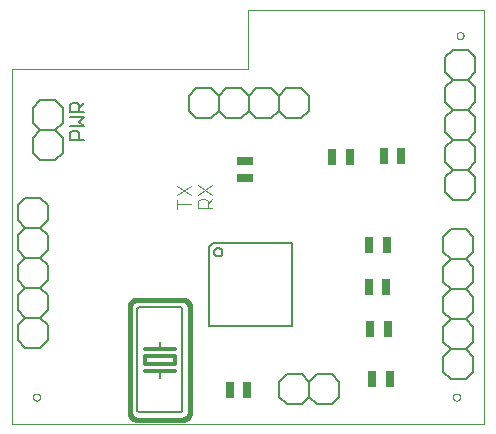
<source format=gto>
G75*
%MOIN*%
%OFA0B0*%
%FSLAX25Y25*%
%IPPOS*%
%LPD*%
%AMOC8*
5,1,8,0,0,1.08239X$1,22.5*
%
%ADD10C,0.00000*%
%ADD11C,0.00600*%
%ADD12C,0.00500*%
%ADD13C,0.01600*%
%ADD14C,0.01200*%
%ADD15R,0.05512X0.02559*%
%ADD16R,0.02559X0.05512*%
%ADD17C,0.00400*%
D10*
X0002092Y0002201D02*
X0002092Y0120311D01*
X0080832Y0120311D01*
X0080832Y0139996D01*
X0159572Y0139996D01*
X0159572Y0002201D01*
X0002092Y0002201D01*
X0009179Y0011059D02*
X0009181Y0011128D01*
X0009187Y0011196D01*
X0009197Y0011264D01*
X0009211Y0011331D01*
X0009229Y0011398D01*
X0009250Y0011463D01*
X0009276Y0011527D01*
X0009305Y0011589D01*
X0009337Y0011649D01*
X0009373Y0011708D01*
X0009413Y0011764D01*
X0009455Y0011818D01*
X0009501Y0011869D01*
X0009550Y0011918D01*
X0009601Y0011964D01*
X0009655Y0012006D01*
X0009711Y0012046D01*
X0009769Y0012082D01*
X0009830Y0012114D01*
X0009892Y0012143D01*
X0009956Y0012169D01*
X0010021Y0012190D01*
X0010088Y0012208D01*
X0010155Y0012222D01*
X0010223Y0012232D01*
X0010291Y0012238D01*
X0010360Y0012240D01*
X0010429Y0012238D01*
X0010497Y0012232D01*
X0010565Y0012222D01*
X0010632Y0012208D01*
X0010699Y0012190D01*
X0010764Y0012169D01*
X0010828Y0012143D01*
X0010890Y0012114D01*
X0010950Y0012082D01*
X0011009Y0012046D01*
X0011065Y0012006D01*
X0011119Y0011964D01*
X0011170Y0011918D01*
X0011219Y0011869D01*
X0011265Y0011818D01*
X0011307Y0011764D01*
X0011347Y0011708D01*
X0011383Y0011649D01*
X0011415Y0011589D01*
X0011444Y0011527D01*
X0011470Y0011463D01*
X0011491Y0011398D01*
X0011509Y0011331D01*
X0011523Y0011264D01*
X0011533Y0011196D01*
X0011539Y0011128D01*
X0011541Y0011059D01*
X0011539Y0010990D01*
X0011533Y0010922D01*
X0011523Y0010854D01*
X0011509Y0010787D01*
X0011491Y0010720D01*
X0011470Y0010655D01*
X0011444Y0010591D01*
X0011415Y0010529D01*
X0011383Y0010468D01*
X0011347Y0010410D01*
X0011307Y0010354D01*
X0011265Y0010300D01*
X0011219Y0010249D01*
X0011170Y0010200D01*
X0011119Y0010154D01*
X0011065Y0010112D01*
X0011009Y0010072D01*
X0010951Y0010036D01*
X0010890Y0010004D01*
X0010828Y0009975D01*
X0010764Y0009949D01*
X0010699Y0009928D01*
X0010632Y0009910D01*
X0010565Y0009896D01*
X0010497Y0009886D01*
X0010429Y0009880D01*
X0010360Y0009878D01*
X0010291Y0009880D01*
X0010223Y0009886D01*
X0010155Y0009896D01*
X0010088Y0009910D01*
X0010021Y0009928D01*
X0009956Y0009949D01*
X0009892Y0009975D01*
X0009830Y0010004D01*
X0009769Y0010036D01*
X0009711Y0010072D01*
X0009655Y0010112D01*
X0009601Y0010154D01*
X0009550Y0010200D01*
X0009501Y0010249D01*
X0009455Y0010300D01*
X0009413Y0010354D01*
X0009373Y0010410D01*
X0009337Y0010468D01*
X0009305Y0010529D01*
X0009276Y0010591D01*
X0009250Y0010655D01*
X0009229Y0010720D01*
X0009211Y0010787D01*
X0009197Y0010854D01*
X0009187Y0010922D01*
X0009181Y0010990D01*
X0009179Y0011059D01*
X0149139Y0011059D02*
X0149141Y0011128D01*
X0149147Y0011196D01*
X0149157Y0011264D01*
X0149171Y0011331D01*
X0149189Y0011398D01*
X0149210Y0011463D01*
X0149236Y0011527D01*
X0149265Y0011589D01*
X0149297Y0011649D01*
X0149333Y0011708D01*
X0149373Y0011764D01*
X0149415Y0011818D01*
X0149461Y0011869D01*
X0149510Y0011918D01*
X0149561Y0011964D01*
X0149615Y0012006D01*
X0149671Y0012046D01*
X0149729Y0012082D01*
X0149790Y0012114D01*
X0149852Y0012143D01*
X0149916Y0012169D01*
X0149981Y0012190D01*
X0150048Y0012208D01*
X0150115Y0012222D01*
X0150183Y0012232D01*
X0150251Y0012238D01*
X0150320Y0012240D01*
X0150389Y0012238D01*
X0150457Y0012232D01*
X0150525Y0012222D01*
X0150592Y0012208D01*
X0150659Y0012190D01*
X0150724Y0012169D01*
X0150788Y0012143D01*
X0150850Y0012114D01*
X0150910Y0012082D01*
X0150969Y0012046D01*
X0151025Y0012006D01*
X0151079Y0011964D01*
X0151130Y0011918D01*
X0151179Y0011869D01*
X0151225Y0011818D01*
X0151267Y0011764D01*
X0151307Y0011708D01*
X0151343Y0011649D01*
X0151375Y0011589D01*
X0151404Y0011527D01*
X0151430Y0011463D01*
X0151451Y0011398D01*
X0151469Y0011331D01*
X0151483Y0011264D01*
X0151493Y0011196D01*
X0151499Y0011128D01*
X0151501Y0011059D01*
X0151499Y0010990D01*
X0151493Y0010922D01*
X0151483Y0010854D01*
X0151469Y0010787D01*
X0151451Y0010720D01*
X0151430Y0010655D01*
X0151404Y0010591D01*
X0151375Y0010529D01*
X0151343Y0010468D01*
X0151307Y0010410D01*
X0151267Y0010354D01*
X0151225Y0010300D01*
X0151179Y0010249D01*
X0151130Y0010200D01*
X0151079Y0010154D01*
X0151025Y0010112D01*
X0150969Y0010072D01*
X0150911Y0010036D01*
X0150850Y0010004D01*
X0150788Y0009975D01*
X0150724Y0009949D01*
X0150659Y0009928D01*
X0150592Y0009910D01*
X0150525Y0009896D01*
X0150457Y0009886D01*
X0150389Y0009880D01*
X0150320Y0009878D01*
X0150251Y0009880D01*
X0150183Y0009886D01*
X0150115Y0009896D01*
X0150048Y0009910D01*
X0149981Y0009928D01*
X0149916Y0009949D01*
X0149852Y0009975D01*
X0149790Y0010004D01*
X0149729Y0010036D01*
X0149671Y0010072D01*
X0149615Y0010112D01*
X0149561Y0010154D01*
X0149510Y0010200D01*
X0149461Y0010249D01*
X0149415Y0010300D01*
X0149373Y0010354D01*
X0149333Y0010410D01*
X0149297Y0010468D01*
X0149265Y0010529D01*
X0149236Y0010591D01*
X0149210Y0010655D01*
X0149189Y0010720D01*
X0149171Y0010787D01*
X0149157Y0010854D01*
X0149147Y0010922D01*
X0149141Y0010990D01*
X0149139Y0011059D01*
X0150321Y0131531D02*
X0150323Y0131600D01*
X0150329Y0131668D01*
X0150339Y0131736D01*
X0150353Y0131803D01*
X0150371Y0131870D01*
X0150392Y0131935D01*
X0150418Y0131999D01*
X0150447Y0132061D01*
X0150479Y0132121D01*
X0150515Y0132180D01*
X0150555Y0132236D01*
X0150597Y0132290D01*
X0150643Y0132341D01*
X0150692Y0132390D01*
X0150743Y0132436D01*
X0150797Y0132478D01*
X0150853Y0132518D01*
X0150911Y0132554D01*
X0150972Y0132586D01*
X0151034Y0132615D01*
X0151098Y0132641D01*
X0151163Y0132662D01*
X0151230Y0132680D01*
X0151297Y0132694D01*
X0151365Y0132704D01*
X0151433Y0132710D01*
X0151502Y0132712D01*
X0151571Y0132710D01*
X0151639Y0132704D01*
X0151707Y0132694D01*
X0151774Y0132680D01*
X0151841Y0132662D01*
X0151906Y0132641D01*
X0151970Y0132615D01*
X0152032Y0132586D01*
X0152092Y0132554D01*
X0152151Y0132518D01*
X0152207Y0132478D01*
X0152261Y0132436D01*
X0152312Y0132390D01*
X0152361Y0132341D01*
X0152407Y0132290D01*
X0152449Y0132236D01*
X0152489Y0132180D01*
X0152525Y0132121D01*
X0152557Y0132061D01*
X0152586Y0131999D01*
X0152612Y0131935D01*
X0152633Y0131870D01*
X0152651Y0131803D01*
X0152665Y0131736D01*
X0152675Y0131668D01*
X0152681Y0131600D01*
X0152683Y0131531D01*
X0152681Y0131462D01*
X0152675Y0131394D01*
X0152665Y0131326D01*
X0152651Y0131259D01*
X0152633Y0131192D01*
X0152612Y0131127D01*
X0152586Y0131063D01*
X0152557Y0131001D01*
X0152525Y0130940D01*
X0152489Y0130882D01*
X0152449Y0130826D01*
X0152407Y0130772D01*
X0152361Y0130721D01*
X0152312Y0130672D01*
X0152261Y0130626D01*
X0152207Y0130584D01*
X0152151Y0130544D01*
X0152093Y0130508D01*
X0152032Y0130476D01*
X0151970Y0130447D01*
X0151906Y0130421D01*
X0151841Y0130400D01*
X0151774Y0130382D01*
X0151707Y0130368D01*
X0151639Y0130358D01*
X0151571Y0130352D01*
X0151502Y0130350D01*
X0151433Y0130352D01*
X0151365Y0130358D01*
X0151297Y0130368D01*
X0151230Y0130382D01*
X0151163Y0130400D01*
X0151098Y0130421D01*
X0151034Y0130447D01*
X0150972Y0130476D01*
X0150911Y0130508D01*
X0150853Y0130544D01*
X0150797Y0130584D01*
X0150743Y0130626D01*
X0150692Y0130672D01*
X0150643Y0130721D01*
X0150597Y0130772D01*
X0150555Y0130826D01*
X0150515Y0130882D01*
X0150479Y0130940D01*
X0150447Y0131001D01*
X0150418Y0131063D01*
X0150392Y0131127D01*
X0150371Y0131192D01*
X0150353Y0131259D01*
X0150339Y0131326D01*
X0150329Y0131394D01*
X0150323Y0131462D01*
X0150321Y0131531D01*
D11*
X0149041Y0126846D02*
X0154041Y0126846D01*
X0156541Y0124346D01*
X0156541Y0119346D01*
X0154041Y0116846D01*
X0156541Y0114346D01*
X0156541Y0109346D01*
X0154041Y0106846D01*
X0156541Y0104346D01*
X0156541Y0099346D01*
X0154041Y0096846D01*
X0156541Y0094346D01*
X0156541Y0089346D01*
X0154041Y0086846D01*
X0156541Y0084346D01*
X0156541Y0079346D01*
X0154041Y0076846D01*
X0149041Y0076846D01*
X0146541Y0079346D01*
X0146541Y0084346D01*
X0149041Y0086846D01*
X0146541Y0089346D01*
X0146541Y0094346D01*
X0149041Y0096846D01*
X0154041Y0096846D01*
X0149041Y0096846D02*
X0146541Y0099346D01*
X0146541Y0104346D01*
X0149041Y0106846D01*
X0146541Y0109346D01*
X0146541Y0114346D01*
X0149041Y0116846D01*
X0146541Y0119346D01*
X0146541Y0124346D01*
X0149041Y0126846D01*
X0149041Y0116846D02*
X0154041Y0116846D01*
X0154041Y0106846D02*
X0149041Y0106846D01*
X0149041Y0086846D02*
X0154041Y0086846D01*
X0153332Y0067004D02*
X0148332Y0067004D01*
X0145832Y0064504D01*
X0145832Y0059504D01*
X0148332Y0057004D01*
X0153332Y0057004D01*
X0155832Y0059504D01*
X0155832Y0064504D01*
X0153332Y0067004D01*
X0153332Y0057004D02*
X0155832Y0054504D01*
X0155832Y0049504D01*
X0153332Y0047004D01*
X0155832Y0044504D01*
X0155832Y0039504D01*
X0153332Y0037004D01*
X0155832Y0034504D01*
X0155832Y0029504D01*
X0153332Y0027004D01*
X0155832Y0024504D01*
X0155832Y0019504D01*
X0153332Y0017004D01*
X0148332Y0017004D01*
X0145832Y0019504D01*
X0145832Y0024504D01*
X0148332Y0027004D01*
X0145832Y0029504D01*
X0145832Y0034504D01*
X0148332Y0037004D01*
X0153332Y0037004D01*
X0148332Y0037004D02*
X0145832Y0039504D01*
X0145832Y0044504D01*
X0148332Y0047004D01*
X0145832Y0049504D01*
X0145832Y0054504D01*
X0148332Y0057004D01*
X0148332Y0047004D02*
X0153332Y0047004D01*
X0153332Y0027004D02*
X0148332Y0027004D01*
X0111265Y0016157D02*
X0111265Y0011157D01*
X0108765Y0008657D01*
X0103765Y0008657D01*
X0101265Y0011157D01*
X0098765Y0008657D01*
X0093765Y0008657D01*
X0091265Y0011157D01*
X0091265Y0016157D01*
X0093765Y0018657D01*
X0098765Y0018657D01*
X0101265Y0016157D01*
X0103765Y0018657D01*
X0108765Y0018657D01*
X0111265Y0016157D01*
X0101265Y0016157D02*
X0101265Y0011157D01*
X0095498Y0034740D02*
X0067899Y0034740D01*
X0067899Y0060941D01*
X0069297Y0062339D01*
X0095498Y0062339D01*
X0095498Y0034740D01*
X0069484Y0059339D02*
X0069486Y0059414D01*
X0069492Y0059488D01*
X0069502Y0059562D01*
X0069515Y0059635D01*
X0069533Y0059708D01*
X0069554Y0059779D01*
X0069579Y0059850D01*
X0069608Y0059919D01*
X0069641Y0059986D01*
X0069677Y0060051D01*
X0069716Y0060115D01*
X0069758Y0060176D01*
X0069804Y0060235D01*
X0069853Y0060292D01*
X0069905Y0060345D01*
X0069959Y0060396D01*
X0070016Y0060445D01*
X0070076Y0060489D01*
X0070138Y0060531D01*
X0070202Y0060570D01*
X0070268Y0060605D01*
X0070335Y0060636D01*
X0070405Y0060664D01*
X0070475Y0060688D01*
X0070547Y0060709D01*
X0070620Y0060725D01*
X0070693Y0060738D01*
X0070768Y0060747D01*
X0070842Y0060752D01*
X0070917Y0060753D01*
X0070991Y0060750D01*
X0071066Y0060743D01*
X0071139Y0060732D01*
X0071213Y0060718D01*
X0071285Y0060699D01*
X0071356Y0060677D01*
X0071426Y0060651D01*
X0071495Y0060621D01*
X0071561Y0060588D01*
X0071626Y0060551D01*
X0071689Y0060511D01*
X0071750Y0060467D01*
X0071808Y0060421D01*
X0071864Y0060371D01*
X0071917Y0060319D01*
X0071968Y0060264D01*
X0072015Y0060206D01*
X0072059Y0060146D01*
X0072100Y0060083D01*
X0072138Y0060019D01*
X0072172Y0059953D01*
X0072203Y0059884D01*
X0072230Y0059815D01*
X0072253Y0059744D01*
X0072272Y0059672D01*
X0072288Y0059599D01*
X0072300Y0059525D01*
X0072308Y0059451D01*
X0072312Y0059376D01*
X0072312Y0059302D01*
X0072308Y0059227D01*
X0072300Y0059153D01*
X0072288Y0059079D01*
X0072272Y0059006D01*
X0072253Y0058934D01*
X0072230Y0058863D01*
X0072203Y0058794D01*
X0072172Y0058725D01*
X0072138Y0058659D01*
X0072100Y0058595D01*
X0072059Y0058532D01*
X0072015Y0058472D01*
X0071968Y0058414D01*
X0071917Y0058359D01*
X0071864Y0058307D01*
X0071808Y0058257D01*
X0071750Y0058211D01*
X0071689Y0058167D01*
X0071626Y0058127D01*
X0071561Y0058090D01*
X0071495Y0058057D01*
X0071426Y0058027D01*
X0071356Y0058001D01*
X0071285Y0057979D01*
X0071213Y0057960D01*
X0071139Y0057946D01*
X0071066Y0057935D01*
X0070991Y0057928D01*
X0070917Y0057925D01*
X0070842Y0057926D01*
X0070768Y0057931D01*
X0070693Y0057940D01*
X0070620Y0057953D01*
X0070547Y0057969D01*
X0070475Y0057990D01*
X0070405Y0058014D01*
X0070335Y0058042D01*
X0070268Y0058073D01*
X0070202Y0058108D01*
X0070138Y0058147D01*
X0070076Y0058189D01*
X0070016Y0058233D01*
X0069959Y0058282D01*
X0069905Y0058333D01*
X0069853Y0058386D01*
X0069804Y0058443D01*
X0069758Y0058502D01*
X0069716Y0058563D01*
X0069677Y0058627D01*
X0069641Y0058692D01*
X0069608Y0058759D01*
X0069579Y0058828D01*
X0069554Y0058899D01*
X0069533Y0058970D01*
X0069515Y0059043D01*
X0069502Y0059116D01*
X0069492Y0059190D01*
X0069486Y0059264D01*
X0069484Y0059339D01*
X0058423Y0041000D02*
X0044423Y0041000D01*
X0043923Y0040500D01*
X0043923Y0006500D01*
X0044423Y0006000D01*
X0058423Y0006000D01*
X0058923Y0006500D01*
X0058923Y0040500D01*
X0058423Y0041000D01*
X0051423Y0029500D02*
X0051423Y0027200D01*
X0051423Y0019800D02*
X0051423Y0017500D01*
X0014100Y0029937D02*
X0014100Y0034937D01*
X0011600Y0037437D01*
X0014100Y0039937D01*
X0014100Y0044937D01*
X0011600Y0047437D01*
X0006600Y0047437D01*
X0004100Y0044937D01*
X0004100Y0039937D01*
X0006600Y0037437D01*
X0011600Y0037437D01*
X0006600Y0037437D02*
X0004100Y0034937D01*
X0004100Y0029937D01*
X0006600Y0027437D01*
X0011600Y0027437D01*
X0014100Y0029937D01*
X0011600Y0047437D02*
X0014100Y0049937D01*
X0014100Y0054937D01*
X0011600Y0057437D01*
X0014100Y0059937D01*
X0014100Y0064937D01*
X0011600Y0067437D01*
X0014100Y0069937D01*
X0014100Y0074937D01*
X0011600Y0077437D01*
X0006600Y0077437D01*
X0004100Y0074937D01*
X0004100Y0069937D01*
X0006600Y0067437D01*
X0011600Y0067437D01*
X0006600Y0067437D02*
X0004100Y0064937D01*
X0004100Y0059937D01*
X0006600Y0057437D01*
X0011600Y0057437D01*
X0006600Y0057437D02*
X0004100Y0054937D01*
X0004100Y0049937D01*
X0006600Y0047437D01*
X0011561Y0090075D02*
X0009061Y0092575D01*
X0009061Y0097575D01*
X0011561Y0100075D01*
X0009061Y0102575D01*
X0009061Y0107575D01*
X0011561Y0110075D01*
X0016561Y0110075D01*
X0019061Y0107575D01*
X0019061Y0102575D01*
X0016561Y0100075D01*
X0019061Y0097575D01*
X0019061Y0092575D01*
X0016561Y0090075D01*
X0011561Y0090075D01*
X0011561Y0100075D02*
X0016561Y0100075D01*
X0061147Y0106433D02*
X0063647Y0103933D01*
X0068647Y0103933D01*
X0071147Y0106433D01*
X0073647Y0103933D01*
X0078647Y0103933D01*
X0081147Y0106433D01*
X0081147Y0111433D01*
X0078647Y0113933D01*
X0073647Y0113933D01*
X0071147Y0111433D01*
X0071147Y0106433D01*
X0071147Y0111433D02*
X0068647Y0113933D01*
X0063647Y0113933D01*
X0061147Y0111433D01*
X0061147Y0106433D01*
X0081147Y0106433D02*
X0083647Y0103933D01*
X0088647Y0103933D01*
X0091147Y0106433D01*
X0093647Y0103933D01*
X0098647Y0103933D01*
X0101147Y0106433D01*
X0101147Y0111433D01*
X0098647Y0113933D01*
X0093647Y0113933D01*
X0091147Y0111433D01*
X0091147Y0106433D01*
X0091147Y0111433D02*
X0088647Y0113933D01*
X0083647Y0113933D01*
X0081147Y0111433D01*
D12*
X0026011Y0109023D02*
X0024509Y0107522D01*
X0024509Y0108273D02*
X0023759Y0109023D01*
X0022257Y0109023D01*
X0021507Y0108273D01*
X0021507Y0106021D01*
X0026011Y0106021D01*
X0024509Y0106021D02*
X0024509Y0108273D01*
X0026011Y0104419D02*
X0021507Y0104419D01*
X0021507Y0101417D02*
X0026011Y0101417D01*
X0024509Y0102918D01*
X0026011Y0104419D01*
X0023759Y0099816D02*
X0022257Y0099816D01*
X0021507Y0099065D01*
X0021507Y0096813D01*
X0026011Y0096813D01*
X0024509Y0096813D02*
X0024509Y0099065D01*
X0023759Y0099816D01*
D13*
X0043923Y0043500D02*
X0058923Y0043500D01*
X0059021Y0043498D01*
X0059119Y0043492D01*
X0059217Y0043483D01*
X0059314Y0043469D01*
X0059411Y0043452D01*
X0059507Y0043431D01*
X0059602Y0043406D01*
X0059696Y0043378D01*
X0059788Y0043345D01*
X0059880Y0043310D01*
X0059970Y0043270D01*
X0060058Y0043228D01*
X0060145Y0043181D01*
X0060229Y0043132D01*
X0060312Y0043079D01*
X0060392Y0043023D01*
X0060471Y0042963D01*
X0060547Y0042901D01*
X0060620Y0042836D01*
X0060691Y0042768D01*
X0060759Y0042697D01*
X0060824Y0042624D01*
X0060886Y0042548D01*
X0060946Y0042469D01*
X0061002Y0042389D01*
X0061055Y0042306D01*
X0061104Y0042222D01*
X0061151Y0042135D01*
X0061193Y0042047D01*
X0061233Y0041957D01*
X0061268Y0041865D01*
X0061301Y0041773D01*
X0061329Y0041679D01*
X0061354Y0041584D01*
X0061375Y0041488D01*
X0061392Y0041391D01*
X0061406Y0041294D01*
X0061415Y0041196D01*
X0061421Y0041098D01*
X0061423Y0041000D01*
X0061423Y0006000D01*
X0061421Y0005902D01*
X0061415Y0005804D01*
X0061406Y0005706D01*
X0061392Y0005609D01*
X0061375Y0005512D01*
X0061354Y0005416D01*
X0061329Y0005321D01*
X0061301Y0005227D01*
X0061268Y0005135D01*
X0061233Y0005043D01*
X0061193Y0004953D01*
X0061151Y0004865D01*
X0061104Y0004778D01*
X0061055Y0004694D01*
X0061002Y0004611D01*
X0060946Y0004531D01*
X0060886Y0004452D01*
X0060824Y0004376D01*
X0060759Y0004303D01*
X0060691Y0004232D01*
X0060620Y0004164D01*
X0060547Y0004099D01*
X0060471Y0004037D01*
X0060392Y0003977D01*
X0060312Y0003921D01*
X0060229Y0003868D01*
X0060145Y0003819D01*
X0060058Y0003772D01*
X0059970Y0003730D01*
X0059880Y0003690D01*
X0059788Y0003655D01*
X0059696Y0003622D01*
X0059602Y0003594D01*
X0059507Y0003569D01*
X0059411Y0003548D01*
X0059314Y0003531D01*
X0059217Y0003517D01*
X0059119Y0003508D01*
X0059021Y0003502D01*
X0058923Y0003500D01*
X0043923Y0003500D01*
X0043825Y0003502D01*
X0043727Y0003508D01*
X0043629Y0003517D01*
X0043532Y0003531D01*
X0043435Y0003548D01*
X0043339Y0003569D01*
X0043244Y0003594D01*
X0043150Y0003622D01*
X0043058Y0003655D01*
X0042966Y0003690D01*
X0042876Y0003730D01*
X0042788Y0003772D01*
X0042701Y0003819D01*
X0042617Y0003868D01*
X0042534Y0003921D01*
X0042454Y0003977D01*
X0042375Y0004037D01*
X0042299Y0004099D01*
X0042226Y0004164D01*
X0042155Y0004232D01*
X0042087Y0004303D01*
X0042022Y0004376D01*
X0041960Y0004452D01*
X0041900Y0004531D01*
X0041844Y0004611D01*
X0041791Y0004694D01*
X0041742Y0004778D01*
X0041695Y0004865D01*
X0041653Y0004953D01*
X0041613Y0005043D01*
X0041578Y0005135D01*
X0041545Y0005227D01*
X0041517Y0005321D01*
X0041492Y0005416D01*
X0041471Y0005512D01*
X0041454Y0005609D01*
X0041440Y0005706D01*
X0041431Y0005804D01*
X0041425Y0005902D01*
X0041423Y0006000D01*
X0041423Y0041000D01*
X0041425Y0041098D01*
X0041431Y0041196D01*
X0041440Y0041294D01*
X0041454Y0041391D01*
X0041471Y0041488D01*
X0041492Y0041584D01*
X0041517Y0041679D01*
X0041545Y0041773D01*
X0041578Y0041865D01*
X0041613Y0041957D01*
X0041653Y0042047D01*
X0041695Y0042135D01*
X0041742Y0042222D01*
X0041791Y0042306D01*
X0041844Y0042389D01*
X0041900Y0042469D01*
X0041960Y0042548D01*
X0042022Y0042624D01*
X0042087Y0042697D01*
X0042155Y0042768D01*
X0042226Y0042836D01*
X0042299Y0042901D01*
X0042375Y0042963D01*
X0042454Y0043023D01*
X0042534Y0043079D01*
X0042617Y0043132D01*
X0042701Y0043181D01*
X0042788Y0043228D01*
X0042876Y0043270D01*
X0042966Y0043310D01*
X0043058Y0043345D01*
X0043150Y0043378D01*
X0043244Y0043406D01*
X0043339Y0043431D01*
X0043435Y0043452D01*
X0043532Y0043469D01*
X0043629Y0043483D01*
X0043727Y0043492D01*
X0043825Y0043498D01*
X0043923Y0043500D01*
D14*
X0046423Y0027200D02*
X0051423Y0027200D01*
X0056423Y0027200D01*
X0056423Y0024700D02*
X0046423Y0024700D01*
X0046423Y0022200D01*
X0056423Y0022200D01*
X0056423Y0024700D01*
X0056423Y0019800D02*
X0051423Y0019800D01*
X0046423Y0019800D01*
D15*
X0079881Y0083965D03*
X0079881Y0089765D03*
D16*
X0108935Y0091144D03*
X0114735Y0091144D03*
X0126180Y0091341D03*
X0131980Y0091341D03*
X0127020Y0061880D03*
X0121220Y0061880D03*
X0121142Y0047904D03*
X0126942Y0047904D03*
X0127335Y0033730D03*
X0121535Y0033730D03*
X0122205Y0016998D03*
X0128005Y0016998D03*
X0080483Y0013467D03*
X0074683Y0013467D03*
D17*
X0068861Y0073976D02*
X0064257Y0073976D01*
X0064257Y0076278D01*
X0065024Y0077045D01*
X0066559Y0077045D01*
X0067326Y0076278D01*
X0067326Y0073976D01*
X0067326Y0075510D02*
X0068861Y0077045D01*
X0068861Y0078580D02*
X0064257Y0081649D01*
X0061892Y0081452D02*
X0057288Y0078383D01*
X0057288Y0076848D02*
X0057288Y0073779D01*
X0057288Y0075313D02*
X0061892Y0075313D01*
X0061892Y0078383D02*
X0057288Y0081452D01*
X0064257Y0078580D02*
X0068861Y0081649D01*
M02*

</source>
